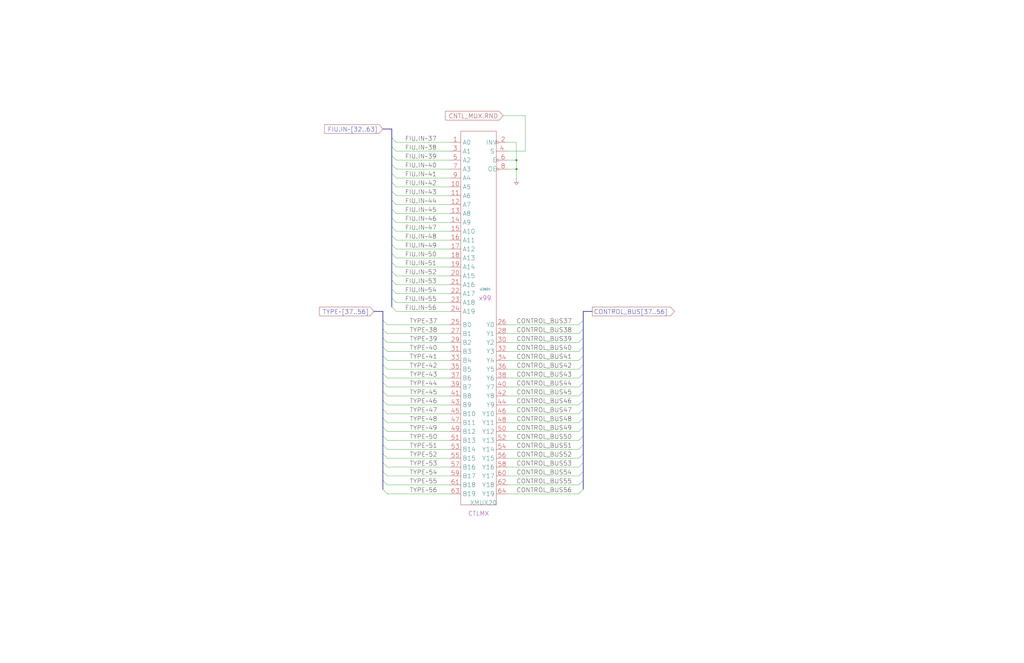
<source format=kicad_sch>
(kicad_sch (version 20220126) (generator eeschema)
  (paper "User" 584.2 378.46)
  (title_block (title "CONTROL MUX") (date "22-MAY-90") (rev "1.0") (comment 1 "SEQUENCER") (comment 2 "232-003064") (comment 3 "S400") (comment 4 "RELEASED"))
  (lib_symbols
    (symbol "r1000:PD" (power) (pin_numbers hide) (pin_names hide) (in_bom no)
      (symbol "PD_0_1"
        (polyline (pts (xy 0 -2.54) (xy 1.27 -2.54) (xy 0 -3.81) (xy -1.27 -2.54) (xy 0 -2.54)) (stroke (width 0.1524)))
      )
      (symbol "PD_1_1"
        (pin power_in line (at 0 0 270) (length 2.54) (name "PD") (number "1"))
      )
    )
    (symbol "r1000:XMUX20" (pin_names (offset 1.016))
      (property "Reference" "U" (at 2.54 5.08 0))
      (property "Value" "XMUX20" (at -6.35 -116.84 0))
      (property "Location" "___" (at -1.27 0 0))
      (property "Name" "______" (at -1.27 -124.46 0))
      (symbol "XMUX20_1_1"
        (rectangle (start -11.43 95.25) (end 8.89 -118.11))
        (circle (center 9.525 73.66) (radius 0.635))
        (circle (center 9.525 78.74) (radius 0.635))
        (circle (center 9.525 88.9) (radius 0.635))
        (pin input line (at -17.78 88.9 0) (length 6.35) (name "A0") (number "1"))
        (pin input line (at -17.78 63.5 0) (length 6.35) (name "A5") (number "10"))
        (pin input line (at -17.78 58.42 0) (length 6.35) (name "A6") (number "11"))
        (pin input line (at -17.78 53.34 0) (length 6.35) (name "A7") (number "12"))
        (pin input line (at -17.78 48.26 0) (length 6.35) (name "A8") (number "13"))
        (pin input line (at -17.78 43.18 0) (length 6.35) (name "A9") (number "14"))
        (pin input line (at -17.78 38.1 0) (length 6.35) (name "A10") (number "15"))
        (pin input line (at -17.78 33.02 0) (length 6.35) (name "A11") (number "16"))
        (pin input line (at -17.78 27.94 0) (length 6.35) (name "A12") (number "17"))
        (pin input line (at -17.78 22.86 0) (length 6.35) (name "A13") (number "18"))
        (pin input line (at -17.78 17.78 0) (length 6.35) (name "A14") (number "19"))
        (pin input line (at 15.24 88.9 180) (length 5.08) (name "INV") (number "2"))
        (pin input line (at -17.78 12.7 0) (length 6.35) (name "A15") (number "20"))
        (pin input line (at -17.78 7.62 0) (length 6.35) (name "A16") (number "21"))
        (pin input line (at -17.78 2.54 0) (length 6.35) (name "A17") (number "22"))
        (pin input line (at -17.78 -2.54 0) (length 6.35) (name "A18") (number "23"))
        (pin input line (at -17.78 -7.62 0) (length 6.35) (name "A19") (number "24"))
        (pin input line (at -17.78 -15.24 0) (length 6.35) (name "B0") (number "25"))
        (pin tri_state line (at 15.24 -15.24 180) (length 6.35) (name "Y0") (number "26"))
        (pin input line (at -17.78 -20.32 0) (length 6.35) (name "B1") (number "27"))
        (pin tri_state line (at 15.24 -20.32 180) (length 6.35) (name "Y1") (number "28"))
        (pin input line (at -17.78 -25.4 0) (length 6.35) (name "B2") (number "29"))
        (pin input line (at -17.78 83.82 0) (length 6.35) (name "A1") (number "3"))
        (pin tri_state line (at 15.24 -25.4 180) (length 6.35) (name "Y2") (number "30"))
        (pin input line (at -17.78 -30.48 0) (length 6.35) (name "B3") (number "31"))
        (pin tri_state line (at 15.24 -30.48 180) (length 6.35) (name "Y3") (number "32"))
        (pin input line (at -17.78 -35.56 0) (length 6.35) (name "B4") (number "33"))
        (pin tri_state line (at 15.24 -35.56 180) (length 6.35) (name "Y4") (number "34"))
        (pin input line (at -17.78 -40.64 0) (length 6.35) (name "B5") (number "35"))
        (pin tri_state line (at 15.24 -40.64 180) (length 6.35) (name "Y5") (number "36"))
        (pin input line (at -17.78 -45.72 0) (length 6.35) (name "B6") (number "37"))
        (pin tri_state line (at 15.24 -45.72 180) (length 6.35) (name "Y6") (number "38"))
        (pin input line (at -17.78 -50.8 0) (length 6.35) (name "B7") (number "39"))
        (pin input line (at 15.24 83.82 180) (length 6.35) (name "S") (number "4"))
        (pin tri_state line (at 15.24 -50.8 180) (length 6.35) (name "Y7") (number "40"))
        (pin input line (at -17.78 -55.88 0) (length 6.35) (name "B8") (number "41"))
        (pin tri_state line (at 15.24 -55.88 180) (length 6.35) (name "Y8") (number "42"))
        (pin input line (at -17.78 -60.96 0) (length 6.35) (name "B9") (number "43"))
        (pin tri_state line (at 15.24 -60.96 180) (length 6.35) (name "Y9") (number "44"))
        (pin input line (at -17.78 -66.04 0) (length 6.35) (name "B10") (number "45"))
        (pin tri_state line (at 15.24 -66.04 180) (length 6.35) (name "Y10") (number "46"))
        (pin input line (at -17.78 -71.12 0) (length 6.35) (name "B11") (number "47"))
        (pin tri_state line (at 15.24 -71.12 180) (length 6.35) (name "Y11") (number "48"))
        (pin input line (at -17.78 -76.2 0) (length 6.35) (name "B12") (number "49"))
        (pin input line (at -17.78 78.74 0) (length 6.35) (name "A2") (number "5"))
        (pin tri_state line (at 15.24 -76.2 180) (length 6.35) (name "Y12") (number "50"))
        (pin input line (at -17.78 -81.28 0) (length 6.35) (name "B13") (number "51"))
        (pin tri_state line (at 15.24 -81.28 180) (length 6.35) (name "Y13") (number "52"))
        (pin input line (at -17.78 -86.36 0) (length 6.35) (name "B14") (number "53"))
        (pin tri_state line (at 15.24 -86.36 180) (length 6.35) (name "Y14") (number "54"))
        (pin input line (at -17.78 -91.44 0) (length 6.35) (name "B15") (number "55"))
        (pin tri_state line (at 15.24 -91.44 180) (length 6.35) (name "Y15") (number "56"))
        (pin input line (at -17.78 -96.52 0) (length 6.35) (name "B16") (number "57"))
        (pin tri_state line (at 15.24 -96.52 180) (length 6.35) (name "Y16") (number "58"))
        (pin input line (at -17.78 -101.6 0) (length 6.35) (name "B17") (number "59"))
        (pin input line (at 15.24 78.74 180) (length 5.08) (name "E") (number "6"))
        (pin tri_state line (at 15.24 -101.6 180) (length 6.35) (name "Y17") (number "60"))
        (pin input line (at -17.78 -106.68 0) (length 6.35) (name "B18") (number "61"))
        (pin tri_state line (at 15.24 -106.68 180) (length 6.35) (name "Y18") (number "62"))
        (pin input line (at -17.78 -111.76 0) (length 6.35) (name "B19") (number "63"))
        (pin tri_state line (at 15.24 -111.76 180) (length 6.35) (name "Y19") (number "64"))
        (pin input line (at -17.78 73.66 0) (length 6.35) (name "A3") (number "7"))
        (pin input line (at 15.24 73.66 180) (length 5.08) (name "OE") (number "8"))
        (pin input line (at -17.78 68.58 0) (length 6.35) (name "A4") (number "9"))
      )
    )
  )
  (bus (pts (xy 213.36 177.8) (xy 218.44 177.8)))
  (bus (pts (xy 218.44 177.8) (xy 218.44 182.88)))
  (bus (pts (xy 218.44 182.88) (xy 218.44 187.96)))
  (bus (pts (xy 218.44 187.96) (xy 218.44 193.04)))
  (bus (pts (xy 218.44 193.04) (xy 218.44 198.12)))
  (bus (pts (xy 218.44 198.12) (xy 218.44 203.2)))
  (bus (pts (xy 218.44 203.2) (xy 218.44 208.28)))
  (bus (pts (xy 218.44 208.28) (xy 218.44 213.36)))
  (bus (pts (xy 218.44 213.36) (xy 218.44 218.44)))
  (bus (pts (xy 218.44 218.44) (xy 218.44 223.52)))
  (bus (pts (xy 218.44 223.52) (xy 218.44 228.6)))
  (bus (pts (xy 218.44 228.6) (xy 218.44 233.68)))
  (bus (pts (xy 218.44 233.68) (xy 218.44 238.76)))
  (bus (pts (xy 218.44 238.76) (xy 218.44 243.84)))
  (bus (pts (xy 218.44 243.84) (xy 218.44 248.92)))
  (bus (pts (xy 218.44 248.92) (xy 218.44 254)))
  (bus (pts (xy 218.44 254) (xy 218.44 259.08)))
  (bus (pts (xy 218.44 259.08) (xy 218.44 264.16)))
  (bus (pts (xy 218.44 264.16) (xy 218.44 269.24)))
  (bus (pts (xy 218.44 269.24) (xy 218.44 274.32)))
  (bus (pts (xy 218.44 274.32) (xy 218.44 279.4)))
  (bus (pts (xy 218.44 73.66) (xy 223.52 73.66)))
  (bus (pts (xy 223.52 104.14) (xy 223.52 109.22)))
  (bus (pts (xy 223.52 109.22) (xy 223.52 114.3)))
  (bus (pts (xy 223.52 114.3) (xy 223.52 119.38)))
  (bus (pts (xy 223.52 119.38) (xy 223.52 124.46)))
  (bus (pts (xy 223.52 124.46) (xy 223.52 129.54)))
  (bus (pts (xy 223.52 129.54) (xy 223.52 134.62)))
  (bus (pts (xy 223.52 134.62) (xy 223.52 139.7)))
  (bus (pts (xy 223.52 139.7) (xy 223.52 144.78)))
  (bus (pts (xy 223.52 144.78) (xy 223.52 149.86)))
  (bus (pts (xy 223.52 149.86) (xy 223.52 154.94)))
  (bus (pts (xy 223.52 154.94) (xy 223.52 160.02)))
  (bus (pts (xy 223.52 160.02) (xy 223.52 165.1)))
  (bus (pts (xy 223.52 165.1) (xy 223.52 170.18)))
  (bus (pts (xy 223.52 170.18) (xy 223.52 175.26)))
  (bus (pts (xy 223.52 73.66) (xy 223.52 78.74)))
  (bus (pts (xy 223.52 78.74) (xy 223.52 83.82)))
  (bus (pts (xy 223.52 83.82) (xy 223.52 88.9)))
  (bus (pts (xy 223.52 88.9) (xy 223.52 93.98)))
  (bus (pts (xy 223.52 93.98) (xy 223.52 99.06)))
  (bus (pts (xy 223.52 99.06) (xy 223.52 104.14)))
  (bus (pts (xy 332.74 177.8) (xy 332.74 182.88)))
  (bus (pts (xy 332.74 182.88) (xy 332.74 187.96)))
  (bus (pts (xy 332.74 187.96) (xy 332.74 193.04)))
  (bus (pts (xy 332.74 193.04) (xy 332.74 198.12)))
  (bus (pts (xy 332.74 198.12) (xy 332.74 203.2)))
  (bus (pts (xy 332.74 203.2) (xy 332.74 208.28)))
  (bus (pts (xy 332.74 208.28) (xy 332.74 213.36)))
  (bus (pts (xy 332.74 213.36) (xy 332.74 218.44)))
  (bus (pts (xy 332.74 218.44) (xy 332.74 223.52)))
  (bus (pts (xy 332.74 223.52) (xy 332.74 228.6)))
  (bus (pts (xy 332.74 228.6) (xy 332.74 233.68)))
  (bus (pts (xy 332.74 233.68) (xy 332.74 238.76)))
  (bus (pts (xy 332.74 238.76) (xy 332.74 243.84)))
  (bus (pts (xy 332.74 243.84) (xy 332.74 248.92)))
  (bus (pts (xy 332.74 248.92) (xy 332.74 254)))
  (bus (pts (xy 332.74 254) (xy 332.74 259.08)))
  (bus (pts (xy 332.74 259.08) (xy 332.74 264.16)))
  (bus (pts (xy 332.74 264.16) (xy 332.74 269.24)))
  (bus (pts (xy 332.74 269.24) (xy 332.74 274.32)))
  (bus (pts (xy 332.74 274.32) (xy 332.74 279.4)))
  (bus (pts (xy 337.82 177.8) (xy 332.74 177.8)))
  (wire (pts (xy 220.98 185.42) (xy 256.54 185.42)))
  (wire (pts (xy 220.98 190.5) (xy 256.54 190.5)))
  (wire (pts (xy 220.98 195.58) (xy 256.54 195.58)))
  (wire (pts (xy 220.98 200.66) (xy 256.54 200.66)))
  (wire (pts (xy 220.98 205.74) (xy 256.54 205.74)))
  (wire (pts (xy 220.98 210.82) (xy 256.54 210.82)))
  (wire (pts (xy 220.98 215.9) (xy 256.54 215.9)))
  (wire (pts (xy 220.98 220.98) (xy 256.54 220.98)))
  (wire (pts (xy 220.98 226.06) (xy 256.54 226.06)))
  (wire (pts (xy 220.98 231.14) (xy 256.54 231.14)))
  (wire (pts (xy 220.98 236.22) (xy 256.54 236.22)))
  (wire (pts (xy 220.98 241.3) (xy 256.54 241.3)))
  (wire (pts (xy 220.98 246.38) (xy 256.54 246.38)))
  (wire (pts (xy 220.98 251.46) (xy 256.54 251.46)))
  (wire (pts (xy 220.98 256.54) (xy 256.54 256.54)))
  (wire (pts (xy 220.98 261.62) (xy 256.54 261.62)))
  (wire (pts (xy 220.98 266.7) (xy 256.54 266.7)))
  (wire (pts (xy 220.98 271.78) (xy 256.54 271.78)))
  (wire (pts (xy 220.98 276.86) (xy 256.54 276.86)))
  (wire (pts (xy 220.98 281.94) (xy 256.54 281.94)))
  (wire (pts (xy 226.06 101.6) (xy 256.54 101.6)))
  (wire (pts (xy 226.06 106.68) (xy 256.54 106.68)))
  (wire (pts (xy 226.06 111.76) (xy 256.54 111.76)))
  (wire (pts (xy 226.06 116.84) (xy 256.54 116.84)))
  (wire (pts (xy 226.06 121.92) (xy 256.54 121.92)))
  (wire (pts (xy 226.06 127) (xy 256.54 127)))
  (wire (pts (xy 226.06 132.08) (xy 256.54 132.08)))
  (wire (pts (xy 226.06 137.16) (xy 256.54 137.16)))
  (wire (pts (xy 226.06 142.24) (xy 256.54 142.24)))
  (wire (pts (xy 226.06 147.32) (xy 256.54 147.32)))
  (wire (pts (xy 226.06 152.4) (xy 256.54 152.4)))
  (wire (pts (xy 226.06 157.48) (xy 256.54 157.48)))
  (wire (pts (xy 226.06 162.56) (xy 256.54 162.56)))
  (wire (pts (xy 226.06 167.64) (xy 256.54 167.64)))
  (wire (pts (xy 226.06 172.72) (xy 256.54 172.72)))
  (wire (pts (xy 226.06 177.8) (xy 256.54 177.8)))
  (wire (pts (xy 226.06 81.28) (xy 256.54 81.28)))
  (wire (pts (xy 226.06 86.36) (xy 256.54 86.36)))
  (wire (pts (xy 226.06 91.44) (xy 256.54 91.44)))
  (wire (pts (xy 226.06 96.52) (xy 256.54 96.52)))
  (wire (pts (xy 287.02 66.04) (xy 299.72 66.04)))
  (wire (pts (xy 289.56 185.42) (xy 330.2 185.42)))
  (wire (pts (xy 289.56 190.5) (xy 330.2 190.5)))
  (wire (pts (xy 289.56 195.58) (xy 330.2 195.58)))
  (wire (pts (xy 289.56 200.66) (xy 330.2 200.66)))
  (wire (pts (xy 289.56 205.74) (xy 330.2 205.74)))
  (wire (pts (xy 289.56 210.82) (xy 330.2 210.82)))
  (wire (pts (xy 289.56 215.9) (xy 330.2 215.9)))
  (wire (pts (xy 289.56 220.98) (xy 330.2 220.98)))
  (wire (pts (xy 289.56 226.06) (xy 330.2 226.06)))
  (wire (pts (xy 289.56 231.14) (xy 330.2 231.14)))
  (wire (pts (xy 289.56 236.22) (xy 330.2 236.22)))
  (wire (pts (xy 289.56 241.3) (xy 330.2 241.3)))
  (wire (pts (xy 289.56 246.38) (xy 330.2 246.38)))
  (wire (pts (xy 289.56 251.46) (xy 330.2 251.46)))
  (wire (pts (xy 289.56 256.54) (xy 330.2 256.54)))
  (wire (pts (xy 289.56 261.62) (xy 330.2 261.62)))
  (wire (pts (xy 289.56 266.7) (xy 330.2 266.7)))
  (wire (pts (xy 289.56 271.78) (xy 330.2 271.78)))
  (wire (pts (xy 289.56 276.86) (xy 330.2 276.86)))
  (wire (pts (xy 289.56 281.94) (xy 330.2 281.94)))
  (wire (pts (xy 289.56 81.28) (xy 294.64 81.28)))
  (wire (pts (xy 289.56 91.44) (xy 294.64 91.44)))
  (wire (pts (xy 294.64 101.6) (xy 294.64 96.52)))
  (wire (pts (xy 294.64 81.28) (xy 294.64 91.44)))
  (wire (pts (xy 294.64 91.44) (xy 294.64 96.52)))
  (wire (pts (xy 294.64 96.52) (xy 289.56 96.52)))
  (wire (pts (xy 299.72 66.04) (xy 299.72 86.36)))
  (wire (pts (xy 299.72 86.36) (xy 289.56 86.36)))
  (global_label "TYPE~[37..56]" (shape input) (at 213.36 177.8 180) (effects (font (size 2.54 2.54))) (property "Intersheet References" "${INTERSHEET_REFS}" (at 182.2873 177.6413 0) (effects (font (size 1.905 1.905)) (justify right))))
  (global_label "FIU.IN~[32..63]" (shape input) (at 218.44 73.66 180) (effects (font (size 2.54 2.54))) (property "Intersheet References" "${INTERSHEET_REFS}" (at 184.8092 73.5013 0) (effects (font (size 1.905 1.905)) (justify right))))
  (bus_entry (at 218.44 182.88) (size 2.54 2.54))
  (bus_entry (at 218.44 187.96) (size 2.54 2.54))
  (bus_entry (at 218.44 193.04) (size 2.54 2.54))
  (bus_entry (at 218.44 198.12) (size 2.54 2.54))
  (bus_entry (at 218.44 203.2) (size 2.54 2.54))
  (bus_entry (at 218.44 208.28) (size 2.54 2.54))
  (bus_entry (at 218.44 213.36) (size 2.54 2.54))
  (bus_entry (at 218.44 218.44) (size 2.54 2.54))
  (bus_entry (at 218.44 223.52) (size 2.54 2.54))
  (bus_entry (at 218.44 228.6) (size 2.54 2.54))
  (bus_entry (at 218.44 233.68) (size 2.54 2.54))
  (bus_entry (at 218.44 238.76) (size 2.54 2.54))
  (bus_entry (at 218.44 243.84) (size 2.54 2.54))
  (bus_entry (at 218.44 248.92) (size 2.54 2.54))
  (bus_entry (at 218.44 254) (size 2.54 2.54))
  (bus_entry (at 218.44 259.08) (size 2.54 2.54))
  (bus_entry (at 218.44 264.16) (size 2.54 2.54))
  (bus_entry (at 218.44 269.24) (size 2.54 2.54))
  (bus_entry (at 218.44 274.32) (size 2.54 2.54))
  (bus_entry (at 218.44 279.4) (size 2.54 2.54))
  (bus_entry (at 223.52 78.74) (size 2.54 2.54))
  (bus_entry (at 223.52 83.82) (size 2.54 2.54))
  (bus_entry (at 223.52 88.9) (size 2.54 2.54))
  (bus_entry (at 223.52 93.98) (size 2.54 2.54))
  (bus_entry (at 223.52 99.06) (size 2.54 2.54))
  (bus_entry (at 223.52 104.14) (size 2.54 2.54))
  (bus_entry (at 223.52 109.22) (size 2.54 2.54))
  (bus_entry (at 223.52 114.3) (size 2.54 2.54))
  (bus_entry (at 223.52 119.38) (size 2.54 2.54))
  (bus_entry (at 223.52 124.46) (size 2.54 2.54))
  (bus_entry (at 223.52 129.54) (size 2.54 2.54))
  (bus_entry (at 223.52 134.62) (size 2.54 2.54))
  (bus_entry (at 223.52 139.7) (size 2.54 2.54))
  (bus_entry (at 223.52 144.78) (size 2.54 2.54))
  (bus_entry (at 223.52 149.86) (size 2.54 2.54))
  (bus_entry (at 223.52 154.94) (size 2.54 2.54))
  (bus_entry (at 223.52 160.02) (size 2.54 2.54))
  (bus_entry (at 223.52 165.1) (size 2.54 2.54))
  (bus_entry (at 223.52 170.18) (size 2.54 2.54))
  (bus_entry (at 223.52 175.26) (size 2.54 2.54))
  (label "FIU.IN~37" (at 231.14 81.28 0) (effects (font (size 2.54 2.54))))
  (label "FIU.IN~38" (at 231.14 86.36 0) (effects (font (size 2.54 2.54))))
  (label "FIU.IN~39" (at 231.14 91.44 0) (effects (font (size 2.54 2.54))))
  (label "FIU.IN~40" (at 231.14 96.52 0) (effects (font (size 2.54 2.54))))
  (label "FIU.IN~41" (at 231.14 101.6 0) (effects (font (size 2.54 2.54))))
  (label "FIU.IN~42" (at 231.14 106.68 0) (effects (font (size 2.54 2.54))))
  (label "FIU.IN~43" (at 231.14 111.76 0) (effects (font (size 2.54 2.54))))
  (label "FIU.IN~44" (at 231.14 116.84 0) (effects (font (size 2.54 2.54))))
  (label "FIU.IN~45" (at 231.14 121.92 0) (effects (font (size 2.54 2.54))))
  (label "FIU.IN~46" (at 231.14 127 0) (effects (font (size 2.54 2.54))))
  (label "FIU.IN~47" (at 231.14 132.08 0) (effects (font (size 2.54 2.54))))
  (label "FIU.IN~48" (at 231.14 137.16 0) (effects (font (size 2.54 2.54))))
  (label "FIU.IN~49" (at 231.14 142.24 0) (effects (font (size 2.54 2.54))))
  (label "FIU.IN~50" (at 231.14 147.32 0) (effects (font (size 2.54 2.54))))
  (label "FIU.IN~51" (at 231.14 152.4 0) (effects (font (size 2.54 2.54))))
  (label "FIU.IN~52" (at 231.14 157.48 0) (effects (font (size 2.54 2.54))))
  (label "FIU.IN~53" (at 231.14 162.56 0) (effects (font (size 2.54 2.54))))
  (label "FIU.IN~54" (at 231.14 167.64 0) (effects (font (size 2.54 2.54))))
  (label "FIU.IN~55" (at 231.14 172.72 0) (effects (font (size 2.54 2.54))))
  (label "FIU.IN~56" (at 231.14 177.8 0) (effects (font (size 2.54 2.54))))
  (label "TYPE~37" (at 233.68 185.42 0) (effects (font (size 2.54 2.54))))
  (label "TYPE~38" (at 233.68 190.5 0) (effects (font (size 2.54 2.54))))
  (label "TYPE~39" (at 233.68 195.58 0) (effects (font (size 2.54 2.54))))
  (label "TYPE~40" (at 233.68 200.66 0) (effects (font (size 2.54 2.54))))
  (label "TYPE~41" (at 233.68 205.74 0) (effects (font (size 2.54 2.54))))
  (label "TYPE~42" (at 233.68 210.82 0) (effects (font (size 2.54 2.54))))
  (label "TYPE~43" (at 233.68 215.9 0) (effects (font (size 2.54 2.54))))
  (label "TYPE~44" (at 233.68 220.98 0) (effects (font (size 2.54 2.54))))
  (label "TYPE~45" (at 233.68 226.06 0) (effects (font (size 2.54 2.54))))
  (label "TYPE~46" (at 233.68 231.14 0) (effects (font (size 2.54 2.54))))
  (label "TYPE~47" (at 233.68 236.22 0) (effects (font (size 2.54 2.54))))
  (label "TYPE~48" (at 233.68 241.3 0) (effects (font (size 2.54 2.54))))
  (label "TYPE~49" (at 233.68 246.38 0) (effects (font (size 2.54 2.54))))
  (label "TYPE~50" (at 233.68 251.46 0) (effects (font (size 2.54 2.54))))
  (label "TYPE~51" (at 233.68 256.54 0) (effects (font (size 2.54 2.54))))
  (label "TYPE~52" (at 233.68 261.62 0) (effects (font (size 2.54 2.54))))
  (label "TYPE~53" (at 233.68 266.7 0) (effects (font (size 2.54 2.54))))
  (label "TYPE~54" (at 233.68 271.78 0) (effects (font (size 2.54 2.54))))
  (label "TYPE~55" (at 233.68 276.86 0) (effects (font (size 2.54 2.54))))
  (label "TYPE~56" (at 233.68 281.94 0) (effects (font (size 2.54 2.54))))
  (symbol (lib_id "r1000:XMUX20") (at 274.32 170.18 0) (unit 1)
    (property "Reference" "U2601" (at 276.86 165.1 0))
    (property "Value" "XMUX20" (at 267.97 287.02 0) (effects (font (size 2.54 2.54)) (justify left)))
    (property "Location" "x99" (at 273.05 170.18 0) (effects (font (size 2.54 2.54)) (justify left)))
    (property "Name" "CTLMX" (at 273.05 294.64 0) (effects (font (size 2.54 2.54)) (justify bottom)))
  )
  (global_label "CNTL_MUX.RND" (shape input) (at 287.02 66.04 180) (effects (font (size 2.54 2.54))) (property "Intersheet References" "${INTERSHEET_REFS}" (at 254.133 65.8813 0) (effects (font (size 1.905 1.905)) (justify right))))
  (junction (at 294.64 91.44))
  (junction (at 294.64 96.52))
  (symbol (lib_id "r1000:PD") (at 294.64 101.6 0) (unit 1) (in_bom no)
    (property "Reference" "#PWR02601" (effects hide))
    (property "Value" "PD" (effects hide))
  )
  (label "CONTROL_BUS37" (at 294.64 185.42 0) (effects (font (size 2.54 2.54))))
  (label "CONTROL_BUS38" (at 294.64 190.5 0) (effects (font (size 2.54 2.54))))
  (label "CONTROL_BUS39" (at 294.64 195.58 0) (effects (font (size 2.54 2.54))))
  (label "CONTROL_BUS40" (at 294.64 200.66 0) (effects (font (size 2.54 2.54))))
  (label "CONTROL_BUS41" (at 294.64 205.74 0) (effects (font (size 2.54 2.54))))
  (label "CONTROL_BUS42" (at 294.64 210.82 0) (effects (font (size 2.54 2.54))))
  (label "CONTROL_BUS43" (at 294.64 215.9 0) (effects (font (size 2.54 2.54))))
  (label "CONTROL_BUS44" (at 294.64 220.98 0) (effects (font (size 2.54 2.54))))
  (label "CONTROL_BUS45" (at 294.64 226.06 0) (effects (font (size 2.54 2.54))))
  (label "CONTROL_BUS46" (at 294.64 231.14 0) (effects (font (size 2.54 2.54))))
  (label "CONTROL_BUS47" (at 294.64 236.22 0) (effects (font (size 2.54 2.54))))
  (label "CONTROL_BUS48" (at 294.64 241.3 0) (effects (font (size 2.54 2.54))))
  (label "CONTROL_BUS49" (at 294.64 246.38 0) (effects (font (size 2.54 2.54))))
  (label "CONTROL_BUS50" (at 294.64 251.46 0) (effects (font (size 2.54 2.54))))
  (label "CONTROL_BUS51" (at 294.64 256.54 0) (effects (font (size 2.54 2.54))))
  (label "CONTROL_BUS52" (at 294.64 261.62 0) (effects (font (size 2.54 2.54))))
  (label "CONTROL_BUS53" (at 294.64 266.7 0) (effects (font (size 2.54 2.54))))
  (label "CONTROL_BUS54" (at 294.64 271.78 0) (effects (font (size 2.54 2.54))))
  (label "CONTROL_BUS55" (at 294.64 276.86 0) (effects (font (size 2.54 2.54))))
  (label "CONTROL_BUS56" (at 294.64 281.94 0) (effects (font (size 2.54 2.54))))
  (bus_entry (at 332.74 182.88) (size -2.54 2.54))
  (bus_entry (at 332.74 187.96) (size -2.54 2.54))
  (bus_entry (at 332.74 193.04) (size -2.54 2.54))
  (bus_entry (at 332.74 198.12) (size -2.54 2.54))
  (bus_entry (at 332.74 203.2) (size -2.54 2.54))
  (bus_entry (at 332.74 208.28) (size -2.54 2.54))
  (bus_entry (at 332.74 213.36) (size -2.54 2.54))
  (bus_entry (at 332.74 218.44) (size -2.54 2.54))
  (bus_entry (at 332.74 223.52) (size -2.54 2.54))
  (bus_entry (at 332.74 228.6) (size -2.54 2.54))
  (bus_entry (at 332.74 233.68) (size -2.54 2.54))
  (bus_entry (at 332.74 238.76) (size -2.54 2.54))
  (bus_entry (at 332.74 243.84) (size -2.54 2.54))
  (bus_entry (at 332.74 248.92) (size -2.54 2.54))
  (bus_entry (at 332.74 254) (size -2.54 2.54))
  (bus_entry (at 332.74 259.08) (size -2.54 2.54))
  (bus_entry (at 332.74 264.16) (size -2.54 2.54))
  (bus_entry (at 332.74 269.24) (size -2.54 2.54))
  (bus_entry (at 332.74 274.32) (size -2.54 2.54))
  (bus_entry (at 332.74 279.4) (size -2.54 2.54))
  (global_label "CONTROL_BUS[37..56]" (shape output) (at 337.82 177.8 0) (effects (font (size 2.54 2.54))) (property "Intersheet References" "${INTERSHEET_REFS}" (at 384.7374 177.6413 0) (effects (font (size 1.905 1.905)) (justify left))))
)
</source>
